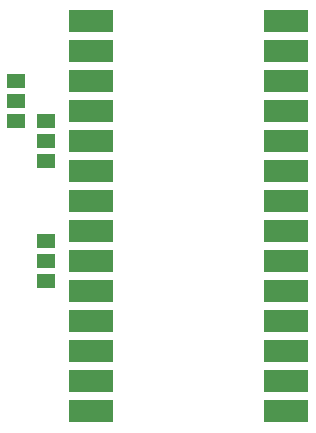
<source format=gbp>
G04 #@! TF.GenerationSoftware,KiCad,Pcbnew,(6.0.8)*
G04 #@! TF.CreationDate,2023-01-01T19:12:14-07:00*
G04 #@! TF.ProjectId,Havoc6295_2_0.kicad_pro,4861766f-6336-4323-9935-5f325f302e6b,rev?*
G04 #@! TF.SameCoordinates,Original*
G04 #@! TF.FileFunction,Paste,Bot*
G04 #@! TF.FilePolarity,Positive*
%FSLAX46Y46*%
G04 Gerber Fmt 4.6, Leading zero omitted, Abs format (unit mm)*
G04 Created by KiCad (PCBNEW (6.0.8)) date 2023-01-01 19:12:14*
%MOMM*%
%LPD*%
G01*
G04 APERTURE LIST*
%ADD10R,3.810000X1.930400*%
%ADD11R,1.500000X1.300000*%
G04 APERTURE END LIST*
D10*
X143421100Y-74015600D03*
X143421100Y-76555600D03*
X143421100Y-79095600D03*
X143421100Y-81635600D03*
X143421100Y-84175600D03*
X143421100Y-86715600D03*
X143421100Y-89255600D03*
X143421100Y-91795600D03*
X143421100Y-94335600D03*
X143421100Y-96875600D03*
X143421100Y-99415600D03*
X143421100Y-101955600D03*
X143421100Y-104495600D03*
X143421100Y-107035600D03*
X159931100Y-107035600D03*
X159931100Y-104495600D03*
X159931100Y-101955600D03*
X159931100Y-99415600D03*
X159931100Y-96875600D03*
X159931100Y-94335600D03*
X159931100Y-91795600D03*
X159931100Y-89255600D03*
X159931100Y-86715600D03*
X159931100Y-84175600D03*
X159931100Y-81635600D03*
X159931100Y-79095600D03*
X159931100Y-76555600D03*
X159931100Y-74015600D03*
D11*
X139611100Y-82475600D03*
X139611100Y-84175600D03*
X139611100Y-85875600D03*
X137071100Y-79046600D03*
X137071100Y-80746600D03*
X137071100Y-82446600D03*
X139611100Y-96035600D03*
X139611100Y-94335600D03*
X139611100Y-92635600D03*
M02*

</source>
